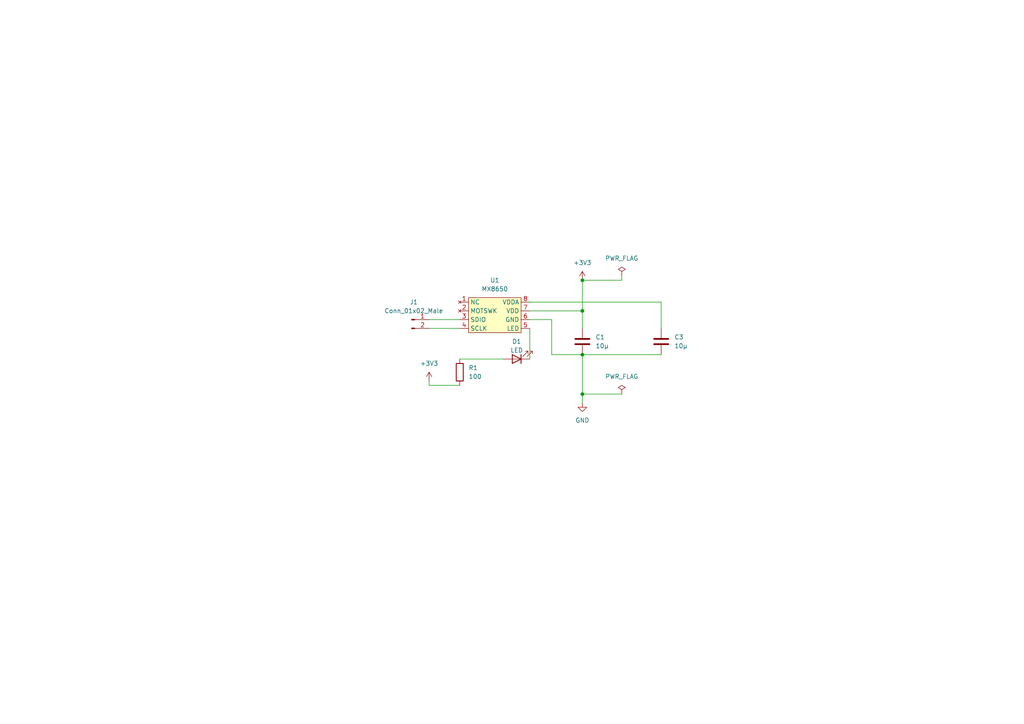
<source format=kicad_sch>
(kicad_sch (version 20211123) (generator eeschema)

  (uuid f28ee06a-2b79-4887-94fa-a9f8259667dc)

  (paper "A4")

  (lib_symbols
    (symbol "Connector:Conn_01x02_Male" (pin_names (offset 1.016) hide) (in_bom yes) (on_board yes)
      (property "Reference" "J" (id 0) (at 0 2.54 0)
        (effects (font (size 1.27 1.27)))
      )
      (property "Value" "Conn_01x02_Male" (id 1) (at 0 -5.08 0)
        (effects (font (size 1.27 1.27)))
      )
      (property "Footprint" "" (id 2) (at 0 0 0)
        (effects (font (size 1.27 1.27)) hide)
      )
      (property "Datasheet" "~" (id 3) (at 0 0 0)
        (effects (font (size 1.27 1.27)) hide)
      )
      (property "ki_keywords" "connector" (id 4) (at 0 0 0)
        (effects (font (size 1.27 1.27)) hide)
      )
      (property "ki_description" "Generic connector, single row, 01x02, script generated (kicad-library-utils/schlib/autogen/connector/)" (id 5) (at 0 0 0)
        (effects (font (size 1.27 1.27)) hide)
      )
      (property "ki_fp_filters" "Connector*:*_1x??_*" (id 6) (at 0 0 0)
        (effects (font (size 1.27 1.27)) hide)
      )
      (symbol "Conn_01x02_Male_1_1"
        (polyline
          (pts
            (xy 1.27 -2.54)
            (xy 0.8636 -2.54)
          )
          (stroke (width 0.1524) (type default) (color 0 0 0 0))
          (fill (type none))
        )
        (polyline
          (pts
            (xy 1.27 0)
            (xy 0.8636 0)
          )
          (stroke (width 0.1524) (type default) (color 0 0 0 0))
          (fill (type none))
        )
        (rectangle (start 0.8636 -2.413) (end 0 -2.667)
          (stroke (width 0.1524) (type default) (color 0 0 0 0))
          (fill (type outline))
        )
        (rectangle (start 0.8636 0.127) (end 0 -0.127)
          (stroke (width 0.1524) (type default) (color 0 0 0 0))
          (fill (type outline))
        )
        (pin passive line (at 5.08 0 180) (length 3.81)
          (name "Pin_1" (effects (font (size 1.27 1.27))))
          (number "1" (effects (font (size 1.27 1.27))))
        )
        (pin passive line (at 5.08 -2.54 180) (length 3.81)
          (name "Pin_2" (effects (font (size 1.27 1.27))))
          (number "2" (effects (font (size 1.27 1.27))))
        )
      )
    )
    (symbol "Device:C" (pin_numbers hide) (pin_names (offset 0.254)) (in_bom yes) (on_board yes)
      (property "Reference" "C" (id 0) (at 0.635 2.54 0)
        (effects (font (size 1.27 1.27)) (justify left))
      )
      (property "Value" "C" (id 1) (at 0.635 -2.54 0)
        (effects (font (size 1.27 1.27)) (justify left))
      )
      (property "Footprint" "" (id 2) (at 0.9652 -3.81 0)
        (effects (font (size 1.27 1.27)) hide)
      )
      (property "Datasheet" "~" (id 3) (at 0 0 0)
        (effects (font (size 1.27 1.27)) hide)
      )
      (property "ki_keywords" "cap capacitor" (id 4) (at 0 0 0)
        (effects (font (size 1.27 1.27)) hide)
      )
      (property "ki_description" "Unpolarized capacitor" (id 5) (at 0 0 0)
        (effects (font (size 1.27 1.27)) hide)
      )
      (property "ki_fp_filters" "C_*" (id 6) (at 0 0 0)
        (effects (font (size 1.27 1.27)) hide)
      )
      (symbol "C_0_1"
        (polyline
          (pts
            (xy -2.032 -0.762)
            (xy 2.032 -0.762)
          )
          (stroke (width 0.508) (type default) (color 0 0 0 0))
          (fill (type none))
        )
        (polyline
          (pts
            (xy -2.032 0.762)
            (xy 2.032 0.762)
          )
          (stroke (width 0.508) (type default) (color 0 0 0 0))
          (fill (type none))
        )
      )
      (symbol "C_1_1"
        (pin passive line (at 0 3.81 270) (length 2.794)
          (name "~" (effects (font (size 1.27 1.27))))
          (number "1" (effects (font (size 1.27 1.27))))
        )
        (pin passive line (at 0 -3.81 90) (length 2.794)
          (name "~" (effects (font (size 1.27 1.27))))
          (number "2" (effects (font (size 1.27 1.27))))
        )
      )
    )
    (symbol "Device:LED" (pin_numbers hide) (pin_names (offset 1.016) hide) (in_bom yes) (on_board yes)
      (property "Reference" "D" (id 0) (at 0 2.54 0)
        (effects (font (size 1.27 1.27)))
      )
      (property "Value" "LED" (id 1) (at 0 -2.54 0)
        (effects (font (size 1.27 1.27)))
      )
      (property "Footprint" "" (id 2) (at 0 0 0)
        (effects (font (size 1.27 1.27)) hide)
      )
      (property "Datasheet" "~" (id 3) (at 0 0 0)
        (effects (font (size 1.27 1.27)) hide)
      )
      (property "ki_keywords" "LED diode" (id 4) (at 0 0 0)
        (effects (font (size 1.27 1.27)) hide)
      )
      (property "ki_description" "Light emitting diode" (id 5) (at 0 0 0)
        (effects (font (size 1.27 1.27)) hide)
      )
      (property "ki_fp_filters" "LED* LED_SMD:* LED_THT:*" (id 6) (at 0 0 0)
        (effects (font (size 1.27 1.27)) hide)
      )
      (symbol "LED_0_1"
        (polyline
          (pts
            (xy -1.27 -1.27)
            (xy -1.27 1.27)
          )
          (stroke (width 0.254) (type default) (color 0 0 0 0))
          (fill (type none))
        )
        (polyline
          (pts
            (xy -1.27 0)
            (xy 1.27 0)
          )
          (stroke (width 0) (type default) (color 0 0 0 0))
          (fill (type none))
        )
        (polyline
          (pts
            (xy 1.27 -1.27)
            (xy 1.27 1.27)
            (xy -1.27 0)
            (xy 1.27 -1.27)
          )
          (stroke (width 0.254) (type default) (color 0 0 0 0))
          (fill (type none))
        )
        (polyline
          (pts
            (xy -3.048 -0.762)
            (xy -4.572 -2.286)
            (xy -3.81 -2.286)
            (xy -4.572 -2.286)
            (xy -4.572 -1.524)
          )
          (stroke (width 0) (type default) (color 0 0 0 0))
          (fill (type none))
        )
        (polyline
          (pts
            (xy -1.778 -0.762)
            (xy -3.302 -2.286)
            (xy -2.54 -2.286)
            (xy -3.302 -2.286)
            (xy -3.302 -1.524)
          )
          (stroke (width 0) (type default) (color 0 0 0 0))
          (fill (type none))
        )
      )
      (symbol "LED_1_1"
        (pin passive line (at -3.81 0 0) (length 2.54)
          (name "K" (effects (font (size 1.27 1.27))))
          (number "1" (effects (font (size 1.27 1.27))))
        )
        (pin passive line (at 3.81 0 180) (length 2.54)
          (name "A" (effects (font (size 1.27 1.27))))
          (number "2" (effects (font (size 1.27 1.27))))
        )
      )
    )
    (symbol "Device:R" (pin_numbers hide) (pin_names (offset 0)) (in_bom yes) (on_board yes)
      (property "Reference" "R" (id 0) (at 2.032 0 90)
        (effects (font (size 1.27 1.27)))
      )
      (property "Value" "R" (id 1) (at 0 0 90)
        (effects (font (size 1.27 1.27)))
      )
      (property "Footprint" "" (id 2) (at -1.778 0 90)
        (effects (font (size 1.27 1.27)) hide)
      )
      (property "Datasheet" "~" (id 3) (at 0 0 0)
        (effects (font (size 1.27 1.27)) hide)
      )
      (property "ki_keywords" "R res resistor" (id 4) (at 0 0 0)
        (effects (font (size 1.27 1.27)) hide)
      )
      (property "ki_description" "Resistor" (id 5) (at 0 0 0)
        (effects (font (size 1.27 1.27)) hide)
      )
      (property "ki_fp_filters" "R_*" (id 6) (at 0 0 0)
        (effects (font (size 1.27 1.27)) hide)
      )
      (symbol "R_0_1"
        (rectangle (start -1.016 -2.54) (end 1.016 2.54)
          (stroke (width 0.254) (type default) (color 0 0 0 0))
          (fill (type none))
        )
      )
      (symbol "R_1_1"
        (pin passive line (at 0 3.81 270) (length 1.27)
          (name "~" (effects (font (size 1.27 1.27))))
          (number "1" (effects (font (size 1.27 1.27))))
        )
        (pin passive line (at 0 -3.81 90) (length 1.27)
          (name "~" (effects (font (size 1.27 1.27))))
          (number "2" (effects (font (size 1.27 1.27))))
        )
      )
    )
    (symbol "MX8650-mouse sensor:MX8650" (in_bom yes) (on_board yes)
      (property "Reference" "U1" (id 0) (at 0 10.16 0)
        (effects (font (size 1.27 1.27)))
      )
      (property "Value" "MX8650" (id 1) (at 0 7.62 0)
        (effects (font (size 1.27 1.27)))
      )
      (property "Footprint" "Arduino:MX89650" (id 2) (at 0 8.89 0)
        (effects (font (size 1.27 1.27)) hide)
      )
      (property "Datasheet" "" (id 3) (at 0 0 0)
        (effects (font (size 1.27 1.27)) hide)
      )
      (property "ki_keywords" "マウス mouse" (id 4) (at 0 0 0)
        (effects (font (size 1.27 1.27)) hide)
      )
      (property "ki_description" "ダイソー300円マウスのセンサー" (id 5) (at 0 0 0)
        (effects (font (size 1.27 1.27)) hide)
      )
      (symbol "MX8650_0_1"
        (rectangle (start -7.62 5.08) (end 7.62 -5.08)
          (stroke (width 0) (type default) (color 0 0 0 0))
          (fill (type background))
        )
      )
      (symbol "MX8650_1_1"
        (pin no_connect line (at -10.16 3.81 0) (length 2.54)
          (name "NC" (effects (font (size 1.27 1.27))))
          (number "1" (effects (font (size 1.27 1.27))))
        )
        (pin no_connect line (at -10.16 1.27 0) (length 2.54)
          (name "MOTSWK" (effects (font (size 1.27 1.27))))
          (number "2" (effects (font (size 1.27 1.27))))
        )
        (pin passive line (at -10.16 -1.27 0) (length 2.54)
          (name "SDIO" (effects (font (size 1.27 1.27))))
          (number "3" (effects (font (size 1.27 1.27))))
        )
        (pin passive line (at -10.16 -3.81 0) (length 2.54)
          (name "SCLK" (effects (font (size 1.27 1.27))))
          (number "4" (effects (font (size 1.27 1.27))))
        )
        (pin passive line (at 10.16 -3.81 180) (length 2.54)
          (name "LED" (effects (font (size 1.27 1.27))))
          (number "5" (effects (font (size 1.27 1.27))))
        )
        (pin passive line (at 10.16 -1.27 180) (length 2.54)
          (name "GND" (effects (font (size 1.27 1.27))))
          (number "6" (effects (font (size 1.27 1.27))))
        )
        (pin passive line (at 10.16 1.27 180) (length 2.54)
          (name "VDD" (effects (font (size 1.27 1.27))))
          (number "7" (effects (font (size 1.27 1.27))))
        )
        (pin passive line (at 10.16 3.81 180) (length 2.54)
          (name "VDDA" (effects (font (size 1.27 1.27))))
          (number "8" (effects (font (size 1.27 1.27))))
        )
      )
    )
    (symbol "power:+3.3V" (power) (pin_names (offset 0)) (in_bom yes) (on_board yes)
      (property "Reference" "#PWR" (id 0) (at 0 -3.81 0)
        (effects (font (size 1.27 1.27)) hide)
      )
      (property "Value" "+3.3V" (id 1) (at 0 3.556 0)
        (effects (font (size 1.27 1.27)))
      )
      (property "Footprint" "" (id 2) (at 0 0 0)
        (effects (font (size 1.27 1.27)) hide)
      )
      (property "Datasheet" "" (id 3) (at 0 0 0)
        (effects (font (size 1.27 1.27)) hide)
      )
      (property "ki_keywords" "power-flag" (id 4) (at 0 0 0)
        (effects (font (size 1.27 1.27)) hide)
      )
      (property "ki_description" "Power symbol creates a global label with name \"+3.3V\"" (id 5) (at 0 0 0)
        (effects (font (size 1.27 1.27)) hide)
      )
      (symbol "+3.3V_0_1"
        (polyline
          (pts
            (xy -0.762 1.27)
            (xy 0 2.54)
          )
          (stroke (width 0) (type default) (color 0 0 0 0))
          (fill (type none))
        )
        (polyline
          (pts
            (xy 0 0)
            (xy 0 2.54)
          )
          (stroke (width 0) (type default) (color 0 0 0 0))
          (fill (type none))
        )
        (polyline
          (pts
            (xy 0 2.54)
            (xy 0.762 1.27)
          )
          (stroke (width 0) (type default) (color 0 0 0 0))
          (fill (type none))
        )
      )
      (symbol "+3.3V_1_1"
        (pin power_in line (at 0 0 90) (length 0) hide
          (name "+3V3" (effects (font (size 1.27 1.27))))
          (number "1" (effects (font (size 1.27 1.27))))
        )
      )
    )
    (symbol "power:GND" (power) (pin_names (offset 0)) (in_bom yes) (on_board yes)
      (property "Reference" "#PWR" (id 0) (at 0 -6.35 0)
        (effects (font (size 1.27 1.27)) hide)
      )
      (property "Value" "GND" (id 1) (at 0 -3.81 0)
        (effects (font (size 1.27 1.27)))
      )
      (property "Footprint" "" (id 2) (at 0 0 0)
        (effects (font (size 1.27 1.27)) hide)
      )
      (property "Datasheet" "" (id 3) (at 0 0 0)
        (effects (font (size 1.27 1.27)) hide)
      )
      (property "ki_keywords" "power-flag" (id 4) (at 0 0 0)
        (effects (font (size 1.27 1.27)) hide)
      )
      (property "ki_description" "Power symbol creates a global label with name \"GND\" , ground" (id 5) (at 0 0 0)
        (effects (font (size 1.27 1.27)) hide)
      )
      (symbol "GND_0_1"
        (polyline
          (pts
            (xy 0 0)
            (xy 0 -1.27)
            (xy 1.27 -1.27)
            (xy 0 -2.54)
            (xy -1.27 -1.27)
            (xy 0 -1.27)
          )
          (stroke (width 0) (type default) (color 0 0 0 0))
          (fill (type none))
        )
      )
      (symbol "GND_1_1"
        (pin power_in line (at 0 0 270) (length 0) hide
          (name "GND" (effects (font (size 1.27 1.27))))
          (number "1" (effects (font (size 1.27 1.27))))
        )
      )
    )
    (symbol "power:PWR_FLAG" (power) (pin_numbers hide) (pin_names (offset 0) hide) (in_bom yes) (on_board yes)
      (property "Reference" "#FLG" (id 0) (at 0 1.905 0)
        (effects (font (size 1.27 1.27)) hide)
      )
      (property "Value" "PWR_FLAG" (id 1) (at 0 3.81 0)
        (effects (font (size 1.27 1.27)))
      )
      (property "Footprint" "" (id 2) (at 0 0 0)
        (effects (font (size 1.27 1.27)) hide)
      )
      (property "Datasheet" "~" (id 3) (at 0 0 0)
        (effects (font (size 1.27 1.27)) hide)
      )
      (property "ki_keywords" "power-flag" (id 4) (at 0 0 0)
        (effects (font (size 1.27 1.27)) hide)
      )
      (property "ki_description" "Special symbol for telling ERC where power comes from" (id 5) (at 0 0 0)
        (effects (font (size 1.27 1.27)) hide)
      )
      (symbol "PWR_FLAG_0_0"
        (pin power_out line (at 0 0 90) (length 0)
          (name "pwr" (effects (font (size 1.27 1.27))))
          (number "1" (effects (font (size 1.27 1.27))))
        )
      )
      (symbol "PWR_FLAG_0_1"
        (polyline
          (pts
            (xy 0 0)
            (xy 0 1.27)
            (xy -1.016 1.905)
            (xy 0 2.54)
            (xy 1.016 1.905)
            (xy 0 1.27)
          )
          (stroke (width 0) (type default) (color 0 0 0 0))
          (fill (type none))
        )
      )
    )
  )


  (junction (at 168.91 90.17) (diameter 0) (color 0 0 0 0)
    (uuid 8a4da5fd-8f1c-450f-9149-41108f8935a0)
  )
  (junction (at 168.91 81.28) (diameter 0) (color 0 0 0 0)
    (uuid a553d403-a705-4769-a340-06739c7ef869)
  )
  (junction (at 168.91 114.3) (diameter 0) (color 0 0 0 0)
    (uuid aaca1036-a24c-408e-8bc7-cca38f253f45)
  )
  (junction (at 168.91 102.87) (diameter 0) (color 0 0 0 0)
    (uuid c8cc86dc-4cd0-4f41-bda6-b1230a1348b1)
  )

  (wire (pts (xy 133.35 104.14) (xy 146.05 104.14))
    (stroke (width 0) (type default) (color 0 0 0 0))
    (uuid 100045cf-0354-4750-8220-339a3e554e13)
  )
  (wire (pts (xy 168.91 102.87) (xy 191.77 102.87))
    (stroke (width 0) (type default) (color 0 0 0 0))
    (uuid 220a6204-3686-48dd-a211-d74a0d685fad)
  )
  (wire (pts (xy 168.91 81.28) (xy 180.34 81.28))
    (stroke (width 0) (type default) (color 0 0 0 0))
    (uuid 225554e0-feda-4dc9-8ae8-b9cd18f9059c)
  )
  (wire (pts (xy 153.67 95.25) (xy 153.67 104.14))
    (stroke (width 0) (type default) (color 0 0 0 0))
    (uuid 25e1db13-2b9f-4509-a408-df686f1ba417)
  )
  (wire (pts (xy 168.91 114.3) (xy 168.91 116.84))
    (stroke (width 0) (type default) (color 0 0 0 0))
    (uuid 2825154e-628d-442c-9552-fb4d9b1fc63e)
  )
  (wire (pts (xy 160.02 102.87) (xy 168.91 102.87))
    (stroke (width 0) (type default) (color 0 0 0 0))
    (uuid 2fc4e142-5e91-4501-844e-8f6ba6630a13)
  )
  (wire (pts (xy 180.34 81.28) (xy 180.34 80.01))
    (stroke (width 0) (type default) (color 0 0 0 0))
    (uuid 426fcfdb-56cd-4637-8e24-c5780401e157)
  )
  (wire (pts (xy 153.67 92.71) (xy 160.02 92.71))
    (stroke (width 0) (type default) (color 0 0 0 0))
    (uuid 4aae7afd-b181-4db1-8436-107b148d9b12)
  )
  (wire (pts (xy 160.02 92.71) (xy 160.02 102.87))
    (stroke (width 0) (type default) (color 0 0 0 0))
    (uuid 5cd484a8-4030-4c5c-8a29-acf563950313)
  )
  (wire (pts (xy 124.46 111.76) (xy 133.35 111.76))
    (stroke (width 0) (type default) (color 0 0 0 0))
    (uuid 5ea7d3e3-577f-4013-ad09-27d51c30aa25)
  )
  (wire (pts (xy 124.46 92.71) (xy 133.35 92.71))
    (stroke (width 0) (type default) (color 0 0 0 0))
    (uuid 717b6a3d-b6a2-455b-87fb-5b7a606c582e)
  )
  (wire (pts (xy 168.91 102.87) (xy 168.91 114.3))
    (stroke (width 0) (type default) (color 0 0 0 0))
    (uuid 7596cf2d-979d-45e4-af6e-1ebbb30a9f3d)
  )
  (wire (pts (xy 153.67 90.17) (xy 168.91 90.17))
    (stroke (width 0) (type default) (color 0 0 0 0))
    (uuid 914db2dc-fdb3-4d66-9e7f-79c06cd2d446)
  )
  (wire (pts (xy 168.91 81.28) (xy 168.91 90.17))
    (stroke (width 0) (type default) (color 0 0 0 0))
    (uuid 9cb939ba-76fe-458b-bfe6-24baeb5b7eb2)
  )
  (wire (pts (xy 124.46 95.25) (xy 133.35 95.25))
    (stroke (width 0) (type default) (color 0 0 0 0))
    (uuid 9f569e60-97cb-41af-a3f6-8e52d75a8c32)
  )
  (wire (pts (xy 191.77 95.25) (xy 191.77 87.63))
    (stroke (width 0) (type default) (color 0 0 0 0))
    (uuid b3d0632f-dc7a-46dc-8092-d8c4918d2d39)
  )
  (wire (pts (xy 168.91 114.3) (xy 180.34 114.3))
    (stroke (width 0) (type default) (color 0 0 0 0))
    (uuid c8046b9b-0d92-4434-932b-d6b6df7af138)
  )
  (wire (pts (xy 124.46 110.49) (xy 124.46 111.76))
    (stroke (width 0) (type default) (color 0 0 0 0))
    (uuid e480aa98-62c5-4031-b229-3aa18bc8d999)
  )
  (wire (pts (xy 168.91 90.17) (xy 168.91 95.25))
    (stroke (width 0) (type default) (color 0 0 0 0))
    (uuid f858a937-b870-408e-8a06-c0e162c227d3)
  )
  (wire (pts (xy 153.67 87.63) (xy 191.77 87.63))
    (stroke (width 0) (type default) (color 0 0 0 0))
    (uuid f9136aca-c1b3-4537-b039-d6f4061f23ce)
  )

  (symbol (lib_id "power:+3.3V") (at 168.91 81.28 0) (unit 1)
    (in_bom yes) (on_board yes) (fields_autoplaced)
    (uuid 191dc2d5-31cd-4c99-bda8-8bc93fbaf102)
    (property "Reference" "#PWR0103" (id 0) (at 168.91 85.09 0)
      (effects (font (size 1.27 1.27)) hide)
    )
    (property "Value" "+3.3V" (id 1) (at 168.91 76.2 0))
    (property "Footprint" "" (id 2) (at 168.91 81.28 0)
      (effects (font (size 1.27 1.27)) hide)
    )
    (property "Datasheet" "" (id 3) (at 168.91 81.28 0)
      (effects (font (size 1.27 1.27)) hide)
    )
    (pin "1" (uuid 4026904d-a1d9-44e1-8814-71b1b767a03d))
  )

  (symbol (lib_id "Device:C") (at 168.91 99.06 0) (unit 1)
    (in_bom yes) (on_board yes) (fields_autoplaced)
    (uuid 1e716104-02ec-411c-b9d4-2cee76b7300b)
    (property "Reference" "C1" (id 0) (at 172.72 97.7899 0)
      (effects (font (size 1.27 1.27)) (justify left))
    )
    (property "Value" "" (id 1) (at 172.72 100.3299 0)
      (effects (font (size 1.27 1.27)) (justify left))
    )
    (property "Footprint" "Capacitor_SMD:C_0805_2012Metric" (id 2) (at 169.8752 102.87 0)
      (effects (font (size 1.27 1.27)) hide)
    )
    (property "Datasheet" "~" (id 3) (at 168.91 99.06 0)
      (effects (font (size 1.27 1.27)) hide)
    )
    (pin "1" (uuid 8b6af0fa-87c0-4608-8616-923e8254b61c))
    (pin "2" (uuid 07578712-7600-4bbe-9a5a-45127f1d6a10))
  )

  (symbol (lib_id "Device:R") (at 133.35 107.95 0) (unit 1)
    (in_bom yes) (on_board yes) (fields_autoplaced)
    (uuid 295ea74f-f5d4-4e4d-a310-8db596585fd1)
    (property "Reference" "R1" (id 0) (at 135.89 106.6799 0)
      (effects (font (size 1.27 1.27)) (justify left))
    )
    (property "Value" "" (id 1) (at 135.89 109.2199 0)
      (effects (font (size 1.27 1.27)) (justify left))
    )
    (property "Footprint" "Resistor_SMD:R_0805_2012Metric" (id 2) (at 131.572 107.95 90)
      (effects (font (size 1.27 1.27)) hide)
    )
    (property "Datasheet" "~" (id 3) (at 133.35 107.95 0)
      (effects (font (size 1.27 1.27)) hide)
    )
    (pin "1" (uuid 164f13a8-13df-4f3d-9dd4-7bb61d609937))
    (pin "2" (uuid 28ec4da7-b96b-42bb-8425-dcb45203b50b))
  )

  (symbol (lib_id "power:PWR_FLAG") (at 180.34 114.3 0) (unit 1)
    (in_bom yes) (on_board yes) (fields_autoplaced)
    (uuid 2a29fa2c-42f4-4e51-bfca-32bbe68b00cb)
    (property "Reference" "#FLG0101" (id 0) (at 180.34 112.395 0)
      (effects (font (size 1.27 1.27)) hide)
    )
    (property "Value" "PWR_FLAG" (id 1) (at 180.34 109.22 0))
    (property "Footprint" "" (id 2) (at 180.34 114.3 0)
      (effects (font (size 1.27 1.27)) hide)
    )
    (property "Datasheet" "~" (id 3) (at 180.34 114.3 0)
      (effects (font (size 1.27 1.27)) hide)
    )
    (pin "1" (uuid e8095683-b9b5-442b-8123-34765218c109))
  )

  (symbol (lib_id "MX8650-mouse sensor:MX8650") (at 143.51 91.44 0) (unit 1)
    (in_bom yes) (on_board yes) (fields_autoplaced)
    (uuid 49c894fa-1817-4a1e-a27a-49698fa51601)
    (property "Reference" "U1" (id 0) (at 143.51 81.28 0))
    (property "Value" "MX8650" (id 1) (at 143.51 83.82 0))
    (property "Footprint" "Arduino:MX89650" (id 2) (at 143.51 82.55 0)
      (effects (font (size 1.27 1.27)) hide)
    )
    (property "Datasheet" "" (id 3) (at 143.51 91.44 0)
      (effects (font (size 1.27 1.27)) hide)
    )
    (pin "1" (uuid ae9b4b5c-41ae-4548-bc82-a78556e5a8f1))
    (pin "2" (uuid 32ffa359-6670-4072-a1b0-3198f403fb42))
    (pin "3" (uuid def23ee6-9dec-46d8-8d5b-dee906a575db))
    (pin "4" (uuid f710825a-5ab6-4c36-9872-37447da54571))
    (pin "5" (uuid a78e72f8-b76a-4aac-80d4-b052fe06104d))
    (pin "6" (uuid e08c7d7b-6a2a-42ab-a746-71339f6e87b4))
    (pin "7" (uuid c8968234-95ba-40a1-9144-fd21ce2dab3b))
    (pin "8" (uuid 4218cc1b-84aa-4c14-9836-34c24fe47084))
  )

  (symbol (lib_id "power:PWR_FLAG") (at 180.34 80.01 0) (unit 1)
    (in_bom yes) (on_board yes) (fields_autoplaced)
    (uuid 6a06b080-b5b8-4d4a-800b-2fe445e72734)
    (property "Reference" "#FLG0102" (id 0) (at 180.34 78.105 0)
      (effects (font (size 1.27 1.27)) hide)
    )
    (property "Value" "PWR_FLAG" (id 1) (at 180.34 74.93 0))
    (property "Footprint" "" (id 2) (at 180.34 80.01 0)
      (effects (font (size 1.27 1.27)) hide)
    )
    (property "Datasheet" "~" (id 3) (at 180.34 80.01 0)
      (effects (font (size 1.27 1.27)) hide)
    )
    (pin "1" (uuid 1907ce05-46a7-4c4d-a3d8-15b91bb38641))
  )

  (symbol (lib_id "power:GND") (at 168.91 116.84 0) (unit 1)
    (in_bom yes) (on_board yes) (fields_autoplaced)
    (uuid 87154687-41c9-4b28-9dde-b40ad1294eff)
    (property "Reference" "#PWR0101" (id 0) (at 168.91 123.19 0)
      (effects (font (size 1.27 1.27)) hide)
    )
    (property "Value" "GND" (id 1) (at 168.91 121.92 0))
    (property "Footprint" "" (id 2) (at 168.91 116.84 0)
      (effects (font (size 1.27 1.27)) hide)
    )
    (property "Datasheet" "" (id 3) (at 168.91 116.84 0)
      (effects (font (size 1.27 1.27)) hide)
    )
    (pin "1" (uuid e3de58ae-44c8-418c-a9a2-9bafcf3bd61a))
  )

  (symbol (lib_id "Connector:Conn_01x02_Male") (at 119.38 92.71 0) (unit 1)
    (in_bom yes) (on_board yes) (fields_autoplaced)
    (uuid a36b8e6e-6cd3-4bf5-904f-73c2f24a4c73)
    (property "Reference" "J1" (id 0) (at 120.015 87.63 0))
    (property "Value" "Conn_01x02_Male" (id 1) (at 120.015 90.17 0))
    (property "Footprint" "" (id 2) (at 119.38 92.71 0)
      (effects (font (size 1.27 1.27)) hide)
    )
    (property "Datasheet" "~" (id 3) (at 119.38 92.71 0)
      (effects (font (size 1.27 1.27)) hide)
    )
    (pin "1" (uuid 26924fa5-4ede-4cc6-997f-f694fd0d48eb))
    (pin "2" (uuid 60ed7876-e82b-4407-a4b2-786425b28376))
  )

  (symbol (lib_id "power:+3.3V") (at 124.46 110.49 0) (unit 1)
    (in_bom yes) (on_board yes) (fields_autoplaced)
    (uuid b2eb7c08-154d-4124-a7a9-155204392624)
    (property "Reference" "#PWR0102" (id 0) (at 124.46 114.3 0)
      (effects (font (size 1.27 1.27)) hide)
    )
    (property "Value" "+3.3V" (id 1) (at 124.46 105.41 0))
    (property "Footprint" "" (id 2) (at 124.46 110.49 0)
      (effects (font (size 1.27 1.27)) hide)
    )
    (property "Datasheet" "" (id 3) (at 124.46 110.49 0)
      (effects (font (size 1.27 1.27)) hide)
    )
    (pin "1" (uuid 455d32ac-d8d6-4b8f-bd00-32f64cb36060))
  )

  (symbol (lib_id "Device:LED") (at 149.86 104.14 180) (unit 1)
    (in_bom yes) (on_board yes)
    (uuid c587e41e-e411-44d4-a360-b7b652a17e87)
    (property "Reference" "D1" (id 0) (at 149.86 99.06 0))
    (property "Value" "" (id 1) (at 149.86 101.6 0))
    (property "Footprint" "" (id 2) (at 149.86 104.14 0)
      (effects (font (size 1.27 1.27)) hide)
    )
    (property "Datasheet" "~" (id 3) (at 149.86 104.14 0)
      (effects (font (size 1.27 1.27)) hide)
    )
    (pin "1" (uuid 5696a53f-2631-4279-8564-21adeaab997c))
    (pin "2" (uuid f57b03a6-125b-453a-8f2a-24b446ebba66))
  )

  (symbol (lib_id "Device:C") (at 191.77 99.06 0) (unit 1)
    (in_bom yes) (on_board yes) (fields_autoplaced)
    (uuid e3d36b2d-a322-46bd-a6d3-5812b359f320)
    (property "Reference" "C3" (id 0) (at 195.58 97.7899 0)
      (effects (font (size 1.27 1.27)) (justify left))
    )
    (property "Value" "" (id 1) (at 195.58 100.3299 0)
      (effects (font (size 1.27 1.27)) (justify left))
    )
    (property "Footprint" "" (id 2) (at 192.7352 102.87 0)
      (effects (font (size 1.27 1.27)) hide)
    )
    (property "Datasheet" "~" (id 3) (at 191.77 99.06 0)
      (effects (font (size 1.27 1.27)) hide)
    )
    (pin "1" (uuid 78de9fc4-6c47-4a93-9822-4b1ff7c41dff))
    (pin "2" (uuid f7af9926-d673-47e2-b0e5-84f848580ea7))
  )

  (sheet_instances
    (path "/" (page "1"))
  )

  (symbol_instances
    (path "/2a29fa2c-42f4-4e51-bfca-32bbe68b00cb"
      (reference "#FLG0101") (unit 1) (value "PWR_FLAG") (footprint "")
    )
    (path "/6a06b080-b5b8-4d4a-800b-2fe445e72734"
      (reference "#FLG0102") (unit 1) (value "PWR_FLAG") (footprint "")
    )
    (path "/87154687-41c9-4b28-9dde-b40ad1294eff"
      (reference "#PWR0101") (unit 1) (value "GND") (footprint "")
    )
    (path "/b2eb7c08-154d-4124-a7a9-155204392624"
      (reference "#PWR0102") (unit 1) (value "+3.3V") (footprint "")
    )
    (path "/191dc2d5-31cd-4c99-bda8-8bc93fbaf102"
      (reference "#PWR0103") (unit 1) (value "+3.3V") (footprint "")
    )
    (path "/1e716104-02ec-411c-b9d4-2cee76b7300b"
      (reference "C1") (unit 1) (value "10μ") (footprint "Capacitor_SMD:C_0805_2012Metric")
    )
    (path "/e3d36b2d-a322-46bd-a6d3-5812b359f320"
      (reference "C3") (unit 1) (value "10μ") (footprint "Capacitor_SMD:C_0805_2012Metric")
    )
    (path "/c587e41e-e411-44d4-a360-b7b652a17e87"
      (reference "D1") (unit 1) (value "LED") (footprint "")
    )
    (path "/a36b8e6e-6cd3-4bf5-904f-73c2f24a4c73"
      (reference "J1") (unit 1) (value "Conn_01x02_Male") (footprint "")
    )
    (path "/295ea74f-f5d4-4e4d-a310-8db596585fd1"
      (reference "R1") (unit 1) (value "100") (footprint "Resistor_SMD:R_0805_2012Metric")
    )
    (path "/49c894fa-1817-4a1e-a27a-49698fa51601"
      (reference "U1") (unit 1) (value "MX8650") (footprint "Arduino:MX89650")
    )
  )
)

</source>
